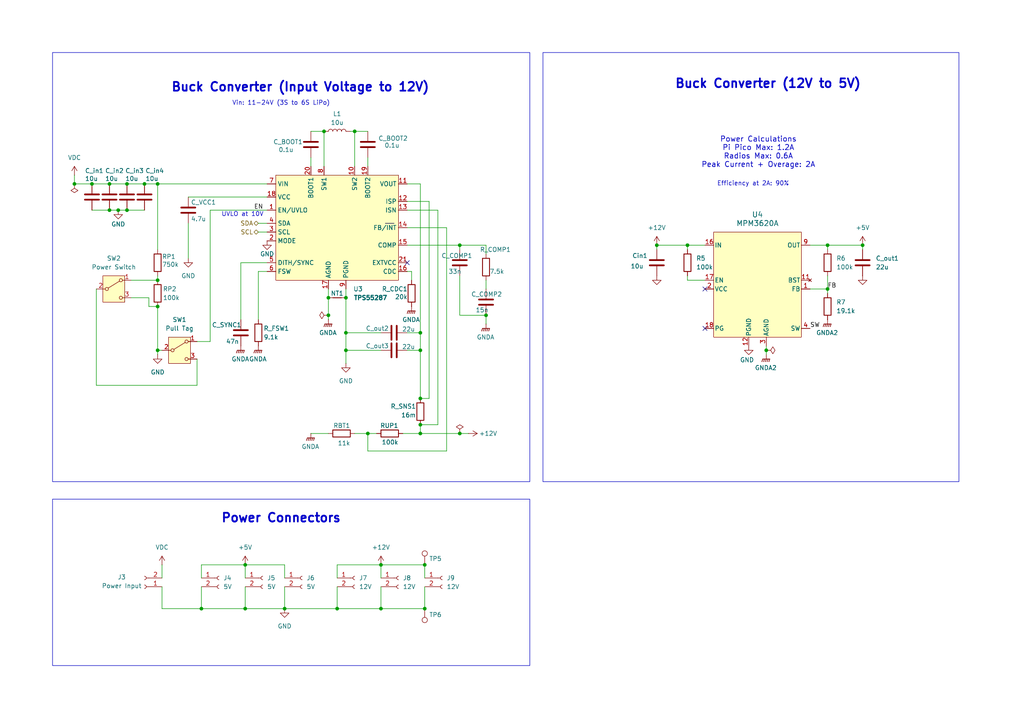
<source format=kicad_sch>
(kicad_sch (version 20250114) (generator "eeschema") (generator_version "9.0")
  (paper "A4")
  (title_block (title "Power & Regulaton") (date "2026-02-20") (rev "1.1") (company "VIP Lightning From the Edge of Space"))
  (lib_symbols
    (symbol "Connector:Conn_01x02_Socket" (pin_names (offset 1.016) (hide yes))
      (property "Reference" "J" (at 0 2.54 0))
      (property "Value" "Conn_01x02_Socket" (at 0 -5.08 0))
      (symbol "Conn_01x02_Socket_1_1"
        (polyline (pts (xy -1.27 0) (xy -0.508 0)) (stroke (width 0.1524)))
        (polyline (pts (xy -1.27 -2.54) (xy -0.508 -2.54)) (stroke (width 0.1524)))
        (arc (start 0 -0.508) (mid -0.5058 0) (end 0 0.508) (stroke (width 0.1524)))
        (arc (start 0 -3.048) (mid -0.5058 -2.54) (end 0 -2.032) (stroke (width 0.1524)))
        (pin passive line (at -5.08 0 0) (length 3.81) (name "Pin_1") (number "1"))
        (pin passive line (at -5.08 -2.54 0) (length 3.81) (name "Pin_2") (number "2"))
      )
    )
    (symbol "Connector:TestPoint" (pin_numbers (hide yes)) (pin_names (offset 0.762) (hide yes))
      (property "Reference" "TP" (at 0 6.858 0))
      (property "Value" "TestPoint" (at 0 5.08 0))
      (symbol "TestPoint_0_1"
        (circle (center 0 3.302) (radius 0.762))
      )
      (symbol "TestPoint_1_1"
        (pin passive line (at 0 0 90) (length 2.54) (name "1") (number "1"))
      )
    )
    (symbol "Device:C" (pin_numbers (hide yes)) (pin_names (offset 0.254))
      (property "Reference" "C" (at 0.635 2.54 0))
      (property "Value" "C" (at 0.635 -2.54 0))
      (symbol "C_0_1"
        (polyline (pts (xy -2.032 0.762) (xy 2.032 0.762)) (stroke (width 0.508)))
        (polyline (pts (xy -2.032 -0.762) (xy 2.032 -0.762)) (stroke (width 0.508)))
      )
      (symbol "C_1_1"
        (pin passive line (at 0 3.81 270) (length 2.794) (name "~") (number "1"))
        (pin passive line (at 0 -3.81 90) (length 2.794) (name "~") (number "2"))
      )
    )
    (symbol "Device:L" (pin_numbers (hide yes)) (pin_names (offset 1.016) (hide yes))
      (property "Reference" "L" (at -1.27 0 90))
      (property "Value" "L" (at 1.905 0 90))
      (symbol "L_0_1"
        (arc (start 0 2.54) (mid 0.6323 1.905) (end 0 1.27))
        (arc (start 0 1.27) (mid 0.6323 0.635) (end 0 0))
        (arc (start 0 0) (mid 0.6323 -0.635) (end 0 -1.27))
        (arc (start 0 -1.27) (mid 0.6323 -1.905) (end 0 -2.54))
      )
      (symbol "L_1_1"
        (pin passive line (at 0 3.81 270) (length 1.27) (name "1") (number "1"))
        (pin passive line (at 0 -3.81 90) (length 1.27) (name "2") (number "2"))
      )
    )
    (symbol "Device:NetTie_2" (pin_numbers (hide yes)) (pin_names (offset 0) (hide yes)) (in_bom no)
      (property "Reference" "NT" (at 0 1.27 0))
      (property "Value" "NetTie_2" (at 0 -1.27 0))
      (symbol "NetTie_2_0_1"
        (polyline (pts (xy -1.27 0) (xy 1.27 0)) (stroke (width 0.254)))
      )
      (symbol "NetTie_2_1_1"
        (pin passive line (at -2.54 0 0) (length 2.54) (name "1") (number "1"))
        (pin passive line (at 2.54 0 180) (length 2.54) (name "2") (number "2"))
      )
    )
    (symbol "Device:R" (pin_numbers (hide yes)) (pin_names (offset 0))
      (property "Reference" "R" (at 2.032 0 90))
      (property "Value" "R" (at 0 0 90))
      (symbol "R_0_1"
        (rectangle (start -1.016 -2.54) (end 1.016 2.54) (stroke (width 0.254)))
      )
      (symbol "R_1_1"
        (pin passive line (at 0 3.81 270) (length 1.27) (name "~") (number "1"))
        (pin passive line (at 0 -3.81 90) (length 1.27) (name "~") (number "2"))
      )
    )
    (symbol "LEOS:MPM3620AGQV-Z" (pin_names (offset 0.254))
      (property "Reference" "U" (at -0.254 2.794 0))
      (property "Value" "MPM3620A" (at -0.508 -0.254 0))
      (symbol "MPM3620AGQV-Z_1_1"
        (rectangle (start -12.7 15.24) (end 12.7 -15.24) (fill (type background)))
        (pin power_in line (at -15.24 11.43 0) (length 2.54) (name "IN") (number "16"))
        (pin input line (at -15.24 1.27 0) (length 2.54) (name "EN") (number "17"))
        (pin power_out line (at -15.24 -1.27 0) (length 2.54) (name "VCC") (number "2"))
        (pin bidirectional line (at -15.24 -12.7 0) (length 2.54) (name "PG") (number "18"))
        (pin power_in line (at -2.54 -17.78 90) (length 2.54) (name "PGND") (number "12"))
        (pin passive line (at -2.54 -17.78 90) (length 2.54) (hide yes) (name "PGND") (number "13"))
        (pin passive line (at -2.54 -17.78 90) (length 2.54) (hide yes) (name "PGND") (number "14"))
        (pin power_in line (at 2.54 -17.78 90) (length 2.54) (name "AGND") (number "3"))
        (pin passive line (at 15.24 11.43 180) (length 2.54) (hide yes) (name "OUT") (number "22"))
        (pin power_out line (at 15.24 11.43 180) (length 2.54) (hide yes) (name "OUT") (number "7"))
        (pin passive line (at 15.24 11.43 180) (length 2.54) (hide yes) (name "OUT") (number "8"))
        (pin passive line (at 15.24 11.43 180) (length 2.54) (name "OUT") (number "9"))
        (pin no_connect line (at 15.24 1.27 180) (length 2.54) (name "BST") (number "11"))
        (pin input line (at 15.24 -1.27 180) (length 2.54) (name "FB") (number "1"))
        (pin passive line (at 15.24 -12.7 180) (length 2.54) (hide yes) (name "SW") (number "21"))
        (pin passive line (at 15.24 -12.7 180) (length 2.54) (name "SW") (number "4"))
        (pin passive line (at 15.24 -12.7 180) (length 2.54) (hide yes) (name "SW") (number "5"))
        (pin passive line (at 15.24 -12.7 180) (length 2.54) (hide yes) (name "SW") (number "6"))
      )
    )
    (symbol "LEOS:TPS55287"
      (property "Reference" "U" (at 0.254 3.302 0))
      (property "Value" "TPS55287" (at 0 0 0))
      (symbol "TPS55287_1_1"
        (rectangle (start -17.7799 15.24) (end 17.7799 -15.24) (fill (type background)))
        (polyline (pts (xy 13.97 1.27) (xy 16.51 1.27)) (stroke (width 0) (color 0 0 72 1)) (fill (type background)))
        (pin power_in line (at -20.32 12.7 0) (length 2.54) (name "VIN") (number "7"))
        (pin power_out line (at -20.32 8.89 0) (length 2.54) (name "VCC") (number "18"))
        (pin input line (at -20.32 5.08 0) (length 2.54) (name "EN/UVLO") (number "1"))
        (pin bidirectional line (at -20.32 1.27 0) (length 2.54) (name "SDA") (number "4"))
        (pin input line (at -20.32 -1.27 0) (length 2.54) (name "SCL") (number "3"))
        (pin input line (at -20.32 -3.81 0) (length 2.54) (name "MODE") (number "2"))
        (pin input line (at -20.32 -10.16 0) (length 2.54) (name "DITH/SYNC") (number "5"))
        (pin input line (at -20.32 -12.7 0) (length 2.54) (name "FSW") (number "6"))
        (pin output line (at -7.62 17.78 270) (length 2.54) (name "BOOT1") (number "20"))
        (pin input line (at -3.81 17.78 270) (length 2.54) (name "SW1") (number "8"))
        (pin power_in line (at -2.54 -17.78 90) (length 2.54) (name "AGND") (number "17"))
        (pin power_in line (at 2.54 -17.78 90) (length 2.54) (name "PGND") (number "9"))
        (pin input line (at 5.08 17.78 270) (length 2.54) (name "SW2") (number "10"))
        (pin output line (at 8.89 17.78 270) (length 2.54) (name "BOOT2") (number "19"))
        (pin power_out line (at 20.32 12.7 180) (length 2.54) (name "VOUT") (number "11"))
        (pin input line (at 20.32 7.62 180) (length 2.54) (name "ISP") (number "12"))
        (pin input line (at 20.32 5.08 180) (length 2.54) (name "ISN") (number "13"))
        (pin bidirectional line (at 20.32 0 180) (length 2.54) (name "FB/INT") (number "14"))
        (pin output line (at 20.32 -5.08 180) (length 2.54) (name "COMP") (number "15"))
        (pin input line (at 20.32 -10.16 180) (length 2.54) (name "EXTVCC") (number "21"))
        (pin output line (at 20.32 -12.7 180) (length 2.54) (name "CDC") (number "16"))
      )
    )
    (symbol "Switch:SW_SPDT" (pin_names (offset 0) (hide yes))
      (property "Reference" "SW" (at 0 5.08 0))
      (property "Value" "SW_SPDT" (at 0 -5.08 0))
      (symbol "SW_SPDT_0_1"
        (circle (center -2.032 0) (radius 0.4572))
        (polyline (pts (xy -1.651 0.254) (xy 1.651 2.286)))
        (circle (center 2.032 2.54) (radius 0.4572))
        (circle (center 2.032 -2.54) (radius 0.4572))
      )
      (symbol "SW_SPDT_1_1"
        (rectangle (start -3.175 3.81) (end 3.175 -3.81) (fill (type background)))
        (pin passive line (at -5.08 0 0) (length 2.54) (name "B") (number "2"))
        (pin passive line (at 5.08 2.54 180) (length 2.54) (name "A") (number "1"))
        (pin passive line (at 5.08 -2.54 180) (length 2.54) (name "C") (number "3"))
      )
    )
    (symbol "power:+12V" (power) (pin_numbers (hide yes)) (pin_names (offset 0) (hide yes))
      (property "Value" "+12V" (at 0 3.556 0))
      (symbol "+12V_0_1"
        (polyline (pts (xy -0.762 1.27) (xy 0 2.54)))
        (polyline (pts (xy 0 2.54) (xy 0.762 1.27)))
        (polyline (pts (xy 0 0) (xy 0 2.54)))
      )
      (symbol "+12V_1_1"
        (pin power_in line (at 0 0 90) (length 0) (name "~") (number "1"))
      )
    )
    (symbol "power:+5V" (power) (pin_numbers (hide yes)) (pin_names (offset 0) (hide yes))
      (property "Value" "+5V" (at 0 3.556 0))
      (symbol "+5V_0_1"
        (polyline (pts (xy -0.762 1.27) (xy 0 2.54)))
        (polyline (pts (xy 0 2.54) (xy 0.762 1.27)))
        (polyline (pts (xy 0 0) (xy 0 2.54)))
      )
      (symbol "+5V_1_1"
        (pin power_in line (at 0 0 90) (length 0) (name "~") (number "1"))
      )
    )
    (symbol "power:GND" (power) (pin_numbers (hide yes)) (pin_names (offset 0) (hide yes))
      (property "Value" "GND" (at 0 -3.81 0))
      (symbol "GND_0_1"
        (polyline (pts (xy 0 0) (xy 0 -1.27) (xy 1.27 -1.27) (xy 0 -2.54) (xy -1.27 -1.27) (xy 0 -1.27)))
      )
      (symbol "GND_1_1"
        (pin power_in line (at 0 0 270) (length 0) (name "~") (number "1"))
      )
    )
    (symbol "power:GNDPWR" (power) (pin_numbers (hide yes)) (pin_names (offset 0) (hide yes))
      (property "Value" "GNDPWR" (at 0 -3.302 0))
      (symbol "GNDPWR_0_1"
        (polyline (pts (xy -1.016 -1.27) (xy -1.27 -2.032) (xy -1.27 -2.032)) (stroke (width 0.2032)))
        (polyline (pts (xy -0.508 -1.27) (xy -0.762 -2.032) (xy -0.762 -2.032)) (stroke (width 0.2032)))
        (polyline (pts (xy 0 -1.27) (xy 0 0)))
        (polyline (pts (xy 0 -1.27) (xy -0.254 -2.032) (xy -0.254 -2.032)) (stroke (width 0.2032)))
        (polyline (pts (xy 0.508 -1.27) (xy 0.254 -2.032) (xy 0.254 -2.032)) (stroke (width 0.2032)))
        (polyline (pts (xy 1.016 -1.27) (xy -1.016 -1.27) (xy -1.016 -1.27)) (stroke (width 0.2032)))
        (polyline (pts (xy 1.016 -1.27) (xy 0.762 -2.032) (xy 0.762 -2.032) (xy 0.762 -2.032)) (stroke (width 0.2032)))
      )
      (symbol "GNDPWR_1_1"
        (pin power_in line (at 0 0 270) (length 0) (name "~") (number "1"))
      )
    )
    (symbol "power:PWR_FLAG" (power) (pin_numbers (hide yes)) (pin_names (offset 0) (hide yes))
      (property "Value" "PWR_FLAG" (at 0 3.81 0))
      (symbol "PWR_FLAG_0_0"
        (pin power_out line (at 0 0 90) (length 0) (name "~") (number "1"))
      )
      (symbol "PWR_FLAG_0_1"
        (polyline (pts (xy 0 0) (xy 0 1.27) (xy -1.016 1.905) (xy 0 2.54) (xy 1.016 1.905) (xy 0 1.27)))
      )
    )
    (symbol "power:VDC" (power) (pin_numbers (hide yes)) (pin_names (offset 0) (hide yes))
      (property "Value" "VDC" (at 0 3.556 0))
      (symbol "VDC_0_1"
        (polyline (pts (xy -0.762 1.27) (xy 0 2.54)))
        (polyline (pts (xy 0 2.54) (xy 0.762 1.27)))
        (polyline (pts (xy 0 0) (xy 0 2.54)))
      )
      (symbol "VDC_1_1"
        (pin power_in line (at 0 0 90) (length 0) (name "~") (number "1"))
      )
    )
  )
  (rectangle (start 157.48 15.24) (end 278.13 139.7))
  (rectangle (start 15.24 144.78) (end 153.67 193.04))
  (rectangle (start 15.24 15.24) (end 153.67 139.7))
  (text "Efficiency at 2A: 90%" (at 218.44 53.34 0) (effects (font (size 1.27 1.27))))
  (text "Buck Converter (Input Voltage to 12V)" (at 87.122 25.4 0) (effects (font (size 2.54 2.54) (thickness 0.508) (bold yes))))
  (text "UVLO at 10V" (at 70.358 62.23 0) (effects (font (size 1.27 1.27))))
  (text "Power Connectors" (at 81.534 150.368 0) (effects (font (size 2.54 2.54) (thickness 0.508) (bold yes))))
  (text "Buck Converter (12V to 5V)" (at 222.758 24.384 0) (effects (font (size 2.54 2.54) (thickness 0.508) (bold yes))))
  (text "Power Calculations\nPi Pico Max: 1.2A\nRadios Max: 0.6A\nPeak Current + Overage: 2A" (at 219.964 44.196 0) (effects (font (size 1.524 1.524) (thickness 0.1905))))
  (text "Vin: 11-24V (3S to 6S LiPo)" (at 81.534 29.972 0) (effects (font (size 1.27 1.27))))
  (junction (at 100.33 96.52))
  (junction (at 31.75 53.34))
  (junction (at 110.49 176.53))
  (junction (at 100.33 101.6))
  (junction (at 41.91 53.34))
  (junction (at 95.25 86.36))
  (junction (at 123.19 163.83))
  (junction (at 45.72 53.34))
  (junction (at 121.92 96.52))
  (junction (at 222.25 101.6))
  (junction (at 36.83 53.34))
  (junction (at 121.92 125.73))
  (junction (at 106.68 125.73))
  (junction (at 45.72 88.9))
  (junction (at 93.98 38.1))
  (junction (at 123.19 176.53))
  (junction (at 190.5 71.12))
  (junction (at 58.42 176.53))
  (junction (at 71.12 176.53))
  (junction (at 36.83 60.96))
  (junction (at 140.97 91.44))
  (junction (at 97.79 176.53))
  (junction (at 133.35 71.12))
  (junction (at 45.72 101.6))
  (junction (at 110.49 163.83))
  (junction (at 102.87 38.1))
  (junction (at 240.03 83.82))
  (junction (at 82.55 176.53))
  (junction (at 121.92 123.19))
  (junction (at 133.35 125.73))
  (junction (at 100.33 86.36))
  (junction (at 240.03 71.12))
  (junction (at 31.75 60.96))
  (junction (at 21.59 53.34))
  (junction (at 34.29 60.96))
  (junction (at 71.12 163.83))
  (junction (at 95.25 91.44))
  (junction (at 45.72 81.28))
  (junction (at 121.92 101.6))
  (junction (at 250.19 71.12))
  (junction (at 199.39 71.12))
  (junction (at 121.92 115.57))
  (junction (at 26.67 53.34))
  (no_connect (at 204.47 95.25))
  (no_connect (at 204.47 83.82))
  (no_connect (at 118.11 76.2))
  (wire (pts (xy 199.39 81.28) (xy 204.47 81.28)))
  (wire (pts (xy 58.42 170.18) (xy 58.42 176.53)))
  (wire (pts (xy 234.95 71.12) (xy 240.03 71.12)))
  (wire (pts (xy 97.79 163.83) (xy 110.49 163.83)))
  (wire (pts (xy 133.35 72.39) (xy 133.35 71.12)))
  (wire (pts (xy 21.59 53.34) (xy 21.59 50.8)))
  (wire (pts (xy 60.96 60.96) (xy 77.47 60.96)))
  (wire (pts (xy 100.33 83.82) (xy 100.33 86.36)))
  (wire (pts (xy 34.29 60.96) (xy 36.83 60.96)))
  (wire (pts (xy 43.18 88.9) (xy 45.72 88.9)))
  (wire (pts (xy 41.91 53.34) (xy 45.72 53.34)))
  (wire (pts (xy 74.93 64.77) (xy 77.47 64.77)))
  (wire (pts (xy 60.96 99.06) (xy 60.96 60.96)))
  (wire (pts (xy 106.68 125.73) (xy 109.22 125.73)))
  (wire (pts (xy 45.72 53.34) (xy 77.47 53.34)))
  (wire (pts (xy 118.11 53.34) (xy 121.92 53.34)))
  (wire (pts (xy 54.61 57.15) (xy 77.47 57.15)))
  (wire (pts (xy 71.12 163.83) (xy 71.12 167.64)))
  (wire (pts (xy 190.5 71.12) (xy 199.39 71.12)))
  (wire (pts (xy 140.97 81.28) (xy 140.97 83.82)))
  (wire (pts (xy 124.46 115.57) (xy 121.92 115.57)))
  (wire (pts (xy 222.25 101.6) (xy 222.25 100.33)))
  (wire (pts (xy 95.25 91.44) (xy 95.25 92.71)))
  (wire (pts (xy 43.18 86.36) (xy 38.1 86.36)))
  (wire (pts (xy 110.49 176.53) (xy 123.19 176.53)))
  (wire (pts (xy 234.95 83.82) (xy 240.03 83.82)))
  (wire (pts (xy 69.85 76.2) (xy 77.47 76.2)))
  (wire (pts (xy 140.97 91.44) (xy 140.97 93.98)))
  (wire (pts (xy 222.25 102.87) (xy 222.25 101.6)))
  (wire (pts (xy 199.39 80.01) (xy 199.39 81.28)))
  (wire (pts (xy 133.35 125.73) (xy 135.89 125.73)))
  (wire (pts (xy 74.93 92.71) (xy 74.93 78.74)))
  (wire (pts (xy 240.03 83.82) (xy 240.03 85.09)))
  (wire (pts (xy 93.98 38.1) (xy 93.98 48.26)))
  (wire (pts (xy 129.54 66.04) (xy 129.54 130.81)))
  (wire (pts (xy 27.94 83.82) (xy 27.94 111.76)))
  (wire (pts (xy 45.72 102.87) (xy 45.72 101.6)))
  (wire (pts (xy 90.17 38.1) (xy 93.98 38.1)))
  (wire (pts (xy 97.79 167.64) (xy 97.79 163.83)))
  (wire (pts (xy 100.33 101.6) (xy 100.33 96.52)))
  (wire (pts (xy 27.94 111.76) (xy 57.15 111.76)))
  (wire (pts (xy 119.38 78.74) (xy 119.38 81.28)))
  (wire (pts (xy 100.33 96.52) (xy 110.49 96.52)))
  (wire (pts (xy 26.67 60.96) (xy 31.75 60.96)))
  (wire (pts (xy 102.87 38.1) (xy 106.68 38.1)))
  (wire (pts (xy 250.19 72.39) (xy 250.19 71.12)))
  (wire (pts (xy 31.75 53.34) (xy 36.83 53.34)))
  (wire (pts (xy 38.1 81.28) (xy 45.72 81.28)))
  (wire (pts (xy 240.03 80.01) (xy 240.03 83.82)))
  (wire (pts (xy 119.38 78.74) (xy 118.11 78.74)))
  (wire (pts (xy 133.35 91.44) (xy 140.97 91.44)))
  (wire (pts (xy 106.68 130.81) (xy 106.68 125.73)))
  (wire (pts (xy 71.12 176.53) (xy 82.55 176.53)))
  (wire (pts (xy 118.11 66.04) (xy 129.54 66.04)))
  (wire (pts (xy 36.83 53.34) (xy 41.91 53.34)))
  (wire (pts (xy 45.72 80.01) (xy 45.72 81.28)))
  (wire (pts (xy 74.93 67.31) (xy 77.47 67.31)))
  (wire (pts (xy 204.47 71.12) (xy 199.39 71.12)))
  (wire (pts (xy 110.49 163.83) (xy 110.49 167.64)))
  (wire (pts (xy 90.17 45.72) (xy 90.17 48.26)))
  (wire (pts (xy 58.42 163.83) (xy 58.42 167.64)))
  (wire (pts (xy 57.15 99.06) (xy 60.96 99.06)))
  (wire (pts (xy 82.55 170.18) (xy 82.55 176.53)))
  (wire (pts (xy 100.33 86.36) (xy 100.33 96.52)))
  (wire (pts (xy 110.49 170.18) (xy 110.49 176.53)))
  (wire (pts (xy 95.25 83.82) (xy 95.25 86.36)))
  (wire (pts (xy 46.99 176.53) (xy 58.42 176.53)))
  (wire (pts (xy 90.17 125.73) (xy 95.25 125.73)))
  (wire (pts (xy 34.29 60.96) (xy 31.75 60.96)))
  (wire (pts (xy 100.33 101.6) (xy 100.33 105.41)))
  (wire (pts (xy 58.42 176.53) (xy 71.12 176.53)))
  (wire (pts (xy 250.19 71.12) (xy 240.03 71.12)))
  (wire (pts (xy 100.33 101.6) (xy 110.49 101.6)))
  (wire (pts (xy 118.11 58.42) (xy 124.46 58.42)))
  (wire (pts (xy 26.67 53.34) (xy 31.75 53.34)))
  (wire (pts (xy 116.84 125.73) (xy 121.92 125.73)))
  (wire (pts (xy 121.92 96.52) (xy 118.11 96.52)))
  (wire (pts (xy 127 123.19) (xy 121.92 123.19)))
  (wire (pts (xy 190.5 72.39) (xy 190.5 71.12)))
  (wire (pts (xy 21.59 53.34) (xy 26.67 53.34)))
  (wire (pts (xy 121.92 125.73) (xy 121.92 123.19)))
  (wire (pts (xy 102.87 38.1) (xy 101.6 38.1)))
  (wire (pts (xy 121.92 96.52) (xy 121.92 101.6)))
  (wire (pts (xy 97.79 176.53) (xy 110.49 176.53)))
  (wire (pts (xy 106.68 45.72) (xy 106.68 48.26)))
  (wire (pts (xy 71.12 163.83) (xy 58.42 163.83)))
  (wire (pts (xy 54.61 74.93) (xy 54.61 64.77)))
  (wire (pts (xy 124.46 58.42) (xy 124.46 115.57)))
  (wire (pts (xy 140.97 73.66) (xy 140.97 71.12)))
  (wire (pts (xy 102.87 48.26) (xy 102.87 38.1)))
  (wire (pts (xy 69.85 92.71) (xy 69.85 76.2)))
  (wire (pts (xy 46.99 170.18) (xy 46.99 176.53)))
  (wire (pts (xy 43.18 88.9) (xy 43.18 86.36)))
  (wire (pts (xy 118.11 101.6) (xy 121.92 101.6)))
  (wire (pts (xy 74.93 78.74) (xy 77.47 78.74)))
  (wire (pts (xy 118.11 71.12) (xy 133.35 71.12)))
  (wire (pts (xy 45.72 53.34) (xy 45.72 72.39)))
  (wire (pts (xy 46.99 101.6) (xy 45.72 101.6)))
  (wire (pts (xy 127 60.96) (xy 127 123.19)))
  (wire (pts (xy 71.12 170.18) (xy 71.12 176.53)))
  (wire (pts (xy 97.79 170.18) (xy 97.79 176.53)))
  (wire (pts (xy 95.25 86.36) (xy 95.25 91.44)))
  (wire (pts (xy 121.92 101.6) (xy 121.92 115.57)))
  (wire (pts (xy 82.55 167.64) (xy 82.55 163.83)))
  (wire (pts (xy 46.99 163.83) (xy 46.99 167.64)))
  (wire (pts (xy 121.92 53.34) (xy 121.92 96.52)))
  (wire (pts (xy 129.54 130.81) (xy 106.68 130.81)))
  (wire (pts (xy 240.03 71.12) (xy 240.03 72.39)))
  (wire (pts (xy 133.35 71.12) (xy 140.97 71.12)))
  (wire (pts (xy 123.19 176.53) (xy 123.19 170.18)))
  (wire (pts (xy 133.35 80.01) (xy 133.35 91.44)))
  (wire (pts (xy 121.92 125.73) (xy 133.35 125.73)))
  (wire (pts (xy 123.19 163.83) (xy 110.49 163.83)))
  (wire (pts (xy 82.55 176.53) (xy 97.79 176.53)))
  (wire (pts (xy 45.72 88.9) (xy 45.72 101.6)))
  (wire (pts (xy 57.15 111.76) (xy 57.15 104.14)))
  (wire (pts (xy 118.11 60.96) (xy 127 60.96)))
  (wire (pts (xy 102.87 125.73) (xy 106.68 125.73)))
  (wire (pts (xy 199.39 71.12) (xy 199.39 72.39)))
  (wire (pts (xy 36.83 60.96) (xy 41.91 60.96)))
  (wire (pts (xy 82.55 163.83) (xy 71.12 163.83)))
  (wire (pts (xy 123.19 167.64) (xy 123.19 163.83)))
  (label "EN" (at 73.66 60.96 0))
  (label "FB" (at 240.03 83.82 0))
  (label "SW" (at 234.95 95.25 0))
  (hierarchical_label "SDA" (shape bidirectional) (at 74.93 64.77 180))
  (hierarchical_label "SCL" (shape bidirectional) (at 74.93 67.31 180))
  (symbol (lib_id "power:+12V") (at 190.5 71.12 0) (unit 1)
    (property "Reference" "#PWR07" (effects (hide yes)))
    (property "Value" "+12V" (at 190.5 66.04 0))
    (property "Description" "Power symbol creates a global label with name \"+12V\"" (effects (hide yes)))
  )
  (symbol (lib_id "LEOS:MPM3620AGQV-Z") (at 219.71 82.55 0) (unit 1)
    (property "Reference" "U4" (at 219.71 62.23 0) (effects (font (size 1.524 1.524))))
    (property "Value" "MPM3620A" (at 219.71 64.77 0) (effects (font (size 1.524 1.524))))
    (property "Footprint" "LEOS:IC18_MPM3620AGQV-Z_MNP" (effects (hide yes)))
    (property "Datasheet" "https://www.monolithicpower.com/en/documentview/productdocument/index/version/2/document_type/Datasheet/lang/en/sku/MPM3620AGQV-Z" (effects (hide yes)))
    (property "Digikey" "1589-1764-1-ND" (effects (hide yes)))
    (property "MPN" " MPM3620AGQV-Z" (effects (hide yes)))
    (property "Manufacturer" "Monolithic Power Systems Inc." (effects (hide yes)))
  )
  (symbol (lib_id "Device:C") (at 114.3 96.52 90) (unit 1)
    (property "Reference" "C_out2" (at 112.776 95.25 90) (effects (justify left)))
    (property "Value" "22u" (at 120.396 95.504 90) (effects (justify left)))
    (property "Footprint" "Capacitor_SMD:C_0805_2012Metric" (effects (hide yes)))
    (property "Description" "22U 25V X5R 0805" (effects (hide yes)))
    (property "Digikey" "1276-CL21A226MAYNNNECT-ND" (effects (hide yes)))
    (property "LCSC" "C29936" (effects (hide yes)))
    (property "MPN" "CL21A226MAYNNNE" (effects (hide yes)))
    (property "Manufacturer" "Samsung Electro-Mechanics" (effects (hide yes)))
  )
  (symbol (lib_id "Device:C") (at 90.17 41.91 0) (unit 1)
    (property "Reference" "C_BOOT1" (at 79.248 41.148 0) (effects (justify left)))
    (property "Value" "0.1u" (at 80.772 43.434 0) (effects (justify left)))
    (property "Footprint" "Capacitor_SMD:C_0603_1608Metric" (effects (hide yes)))
    (property "Description" "0.1U 50V X7R 0603" (effects (hide yes)))
    (property "Digikey" "1276-CL10B104KB8NNNLCT-ND" (effects (hide yes)))
    (property "LCSC" "C913912" (effects (hide yes)))
    (property "MPN" "CL10B104KB8NNNL" (effects (hide yes)))
    (property "Manufacturer" "Samsung Electro-Mechanics" (effects (hide yes)))
  )
  (symbol (lib_id "Device:C") (at 106.68 41.91 0) (unit 1)
    (property "Reference" "C_BOOT2" (at 109.728 40.132 0) (effects (justify left)))
    (property "Value" "0.1u" (at 111.506 42.164 0) (effects (justify left)))
    (property "Footprint" "Capacitor_SMD:C_0603_1608Metric" (effects (hide yes)))
    (property "Description" "0.1U 50V X7R 0603" (effects (hide yes)))
    (property "Digikey" "1276-CL10B104KB8NNNLCT-ND" (effects (hide yes)))
    (property "LCSC" "C913912" (effects (hide yes)))
    (property "MPN" "CL10B104KB8NNNL" (effects (hide yes)))
    (property "Manufacturer" "Samsung Electro-Mechanics" (effects (hide yes)))
  )
  (symbol (lib_id "power:PWR_FLAG") (at 21.59 53.34 180) (unit 1)
    (property "Reference" "#FLG02" (effects (hide yes)))
    (property "Value" "PWR_FLAG" (effects (hide yes)))
    (property "Description" "Special symbol for telling ERC where power comes from" (effects (hide yes)))
  )
  (symbol (lib_id "power:GND") (at 34.29 60.96 0) (unit 1)
    (property "Reference" "#PWR028" (effects (hide yes)))
    (property "Value" "GND" (at 34.29 65.024 0))
    (property "Description" "Power symbol creates a global label with name \"GND\" , ground" (effects (hide yes)))
  )
  (symbol (lib_id "power:GND") (at 45.72 102.87 0) (unit 1)
    (property "Reference" "#PWR054" (effects (hide yes)))
    (property "Value" "GND" (at 45.72 107.95 0))
    (property "Description" "Power symbol creates a global label with name \"GND\" , ground" (effects (hide yes)))
  )
  (symbol (lib_id "power:GNDPWR") (at 119.38 88.9 0) (unit 1)
    (property "Reference" "#PWR026" (effects (hide yes)))
    (property "Value" "GNDA" (at 119.253 92.71 0))
    (property "Description" "Power symbol creates a global label with name \"GNDPWR\" , global ground" (effects (hide yes)))
  )
  (symbol (lib_id "power:GNDPWR") (at 240.03 92.71 0) (unit 1)
    (property "Reference" "#PWR036" (effects (hide yes)))
    (property "Value" "GNDA2" (at 239.903 96.52 0))
    (property "Description" "Power symbol creates a global label with name \"GNDPWR\" , global ground" (effects (hide yes)))
  )
  (symbol (lib_id "Device:R") (at 121.92 119.38 0) (unit 1)
    (property "Reference" "R_SNS1" (at 113.284 117.856 0) (effects (justify left)))
    (property "Value" "16m" (at 116.332 120.396 0) (effects (justify left)))
    (property "Footprint" "Resistor_SMD:R_0805_2012Metric_Pad1.20x1.40mm_HandSolder" (effects (hide yes)))
    (property "Description" "Resistor" (effects (hide yes)))
    (property "Digikey" "541-WSLP0805R0160FEACT-ND" (effects (hide yes)))
    (property "MPN" "WSLP0805R0160FEA" (effects (hide yes)))
    (property "Manufacturer" "Vishay Dale" (effects (hide yes)))
  )
  (symbol (lib_id "Device:R") (at 113.03 125.73 90) (unit 1)
    (property "Reference" "RUP1" (at 115.57 123.444 90) (effects (justify left)))
    (property "Value" "100k" (at 115.57 128.27 90) (effects (justify left)))
    (property "Footprint" "Resistor_SMD:R_0805_2012Metric_Pad1.20x1.40mm_HandSolder" (effects (hide yes)))
    (property "Description" "Resistor" (effects (hide yes)))
    (property "Manufacturer" "Vishay Dale" (effects (hide yes)))
    (property "Digikey" "541-100KCCT-ND" (effects (hide yes)))
    (property "MPN" "CRCW0805100KFKEA" (effects (hide yes)))
  )
  (symbol (lib_id "power:GNDPWR") (at 95.25 92.71 0) (unit 1)
    (property "Reference" "#PWR018" (effects (hide yes)))
    (property "Value" "GNDA" (at 95.123 96.52 0))
    (property "Description" "Power symbol creates a global label with name \"GNDPWR\" , global ground" (effects (hide yes)))
  )
  (symbol (lib_id "Connector:Conn_01x02_Socket") (at 76.2 167.64 0) (unit 1)
    (property "Reference" "J5" (at 77.47 167.6399 0) (effects (justify left)))
    (property "Value" "5V" (at 77.47 170.1799 0) (effects (justify left)))
    (property "Footprint" "Connector_JST:JST_XH_S2B-XH-A_1x02_P2.50mm_Horizontal" (effects (hide yes)))
    (property "Description" "JST XH Horizontal Socket" (effects (hide yes)))
    (property "Digikey" " 455-S2B-XH-A-ND" (effects (hide yes)))
    (property "MPN" " S2B-XH-A" (effects (hide yes)))
    (property "Manufacturer" "JST" (effects (hide yes)))
  )
  (symbol (lib_id "power:+5V") (at 250.19 71.12 0) (unit 1)
    (property "Reference" "#PWR033" (effects (hide yes)))
    (property "Value" "+5V" (at 250.19 66.04 0))
    (property "Description" "Power symbol creates a global label with name \"+5V\"" (effects (hide yes)))
  )
  (symbol (lib_id "Device:R") (at 45.72 85.09 0) (unit 1)
    (property "Reference" "RP2" (at 47.244 83.82 0) (effects (justify left)))
    (property "Value" "100k" (at 47.244 86.36 0) (effects (justify left)))
    (property "Footprint" "Resistor_SMD:R_0805_2012Metric" (effects (hide yes)))
    (property "Description" "Resistor" (effects (hide yes)))
    (property "Digikey" "541-100KCCT-ND" (effects (hide yes)))
    (property "MPN" "CRCW0805100KFKEA" (effects (hide yes)))
    (property "Manufacturer" "Vishay Dale" (effects (hide yes)))
  )
  (symbol (lib_id "Device:R") (at 74.93 96.52 0) (unit 1)
    (property "Reference" "R_FSW1" (at 76.454 95.25 0) (effects (justify left)))
    (property "Value" "9.1k" (at 76.454 97.79 0) (effects (justify left)))
    (property "Footprint" "Resistor_SMD:R_0805_2012Metric_Pad1.20x1.40mm_HandSolder" (effects (hide yes)))
    (property "Description" "Resistor" (effects (hide yes)))
    (property "Digikey" "541-9.10KCCT-ND" (effects (hide yes)))
    (property "MPN" "CRCW08059K10FKEA" (effects (hide yes)))
    (property "Manufacturer" "Vishay Dale" (effects (hide yes)))
  )
  (symbol (lib_id "Device:C") (at 54.61 60.96 0) (unit 1)
    (property "Reference" "C_VCC1" (at 55.372 58.674 0) (effects (justify left)))
    (property "Value" "4.7u" (at 55.372 63.5 0) (effects (justify left)))
    (property "Footprint" "Capacitor_SMD:C_0805_2012Metric" (effects (hide yes)))
    (property "Description" "4.7uF 16V X7R 0805" (effects (hide yes)))
    (property "Digikey" "1276-2970-1-ND" (effects (hide yes)))
    (property "MPN" "  CL21B475KOFNFNE" (effects (hide yes)))
    (property "Manufacturer" "Samsung Electro-Mechanics" (effects (hide yes)))
  )
  (symbol (lib_id "Device:R") (at 240.03 88.9 0) (unit 1)
    (property "Reference" "R7" (at 242.57 87.6299 0) (effects (justify left)))
    (property "Value" "19.1k" (at 242.57 90.1699 0) (effects (justify left)))
    (property "Footprint" "Resistor_SMD:R_0805_2012Metric_Pad1.20x1.40mm_HandSolder" (effects (hide yes)))
    (property "Description" "Resistor" (effects (hide yes)))
    (property "Manufacturer" "Vishay Dale" (effects (hide yes)))
    (property "Digikey" "541-19.1KCCT-ND" (effects (hide yes)))
    (property "MPN" "CRCW080519K1FKEA" (effects (hide yes)))
  )
  (symbol (lib_id "Device:R") (at 199.39 76.2 0) (unit 1)
    (property "Reference" "R5" (at 201.93 74.9299 0) (effects (justify left)))
    (property "Value" "100k" (at 201.93 77.4699 0) (effects (justify left)))
    (property "Footprint" "Resistor_SMD:R_0805_2012Metric_Pad1.20x1.40mm_HandSolder" (effects (hide yes)))
    (property "Description" "Resistor" (effects (hide yes)))
    (property "Manufacturer" "Vishay Dale" (effects (hide yes)))
    (property "Digikey" "541-100KCCT-ND" (effects (hide yes)))
    (property "MPN" "CRCW0805100KFKEA" (effects (hide yes)))
  )
  (symbol (lib_id "power:GNDPWR") (at 69.85 100.33 0) (unit 1)
    (property "Reference" "#PWR024" (effects (hide yes)))
    (property "Value" "GNDA" (at 69.723 104.14 0))
    (property "Description" "Power symbol creates a global label with name \"GNDPWR\" , global ground" (effects (hide yes)))
  )
  (symbol (lib_id "Connector:Conn_01x02_Socket") (at 102.87 167.64 0) (unit 1)
    (property "Reference" "J7" (at 104.14 167.6399 0) (effects (justify left)))
    (property "Value" "12V" (at 104.14 170.1799 0) (effects (justify left)))
    (property "Footprint" "Connector_JST:JST_XH_S2B-XH-A_1x02_P2.50mm_Horizontal" (effects (hide yes)))
    (property "Description" "JST XH Horizontal Socket" (effects (hide yes)))
    (property "Digikey" " 455-S2B-XH-A-ND" (effects (hide yes)))
    (property "MPN" "  S2B-XH-A" (effects (hide yes)))
    (property "Manufacturer" "JST" (effects (hide yes)))
  )
  (symbol (lib_id "power:GND") (at 190.5 80.01 0) (unit 1)
    (property "Reference" "#PWR035" (effects (hide yes)))
    (property "Value" "GND" (effects (hide yes)))
    (property "Description" "Power symbol creates a global label with name \"GND\" , ground" (effects (hide yes)))
  )
  (symbol (lib_id "Device:C") (at 190.5 76.2 0) (unit 1)
    (property "Reference" "Cin1" (at 183.388 74.168 0) (effects (justify left)))
    (property "Value" "10u" (at 182.88 77.216 0) (effects (justify left)))
    (property "Footprint" "Capacitor_SMD:C_0805_2012Metric" (effects (hide yes)))
    (property "Description" "10U 16V X7R 0805" (effects (hide yes)))
    (property "Digikey" "1276-2872-1-ND" (effects (hide yes)))
    (property "LCSC" "C95841" (effects (hide yes)))
    (property "MPN" "CL21B106KOQNNNE" (effects (hide yes)))
    (property "Manufacturer" "Samsung Electro-Mechanics" (effects (hide yes)))
  )
  (symbol (lib_id "Device:C") (at 36.83 57.15 0) (unit 1)
    (property "Reference" "C_in3" (at 36.322 49.53 0) (effects (justify left)))
    (property "Value" "10u" (at 36.322 51.816 0) (effects (justify left)))
    (property "Footprint" "Capacitor_SMD:C_1206_3216Metric" (effects (hide yes)))
    (property "Description" "10UF 50V X7R 1206" (effects (hide yes)))
    (property "Digikey" "1276-6767-1-ND" (effects (hide yes)))
    (property "MPN" "CL31B106KBHNNNE" (effects (hide yes)))
    (property "Manufacturer" "Samsung Electro-Mechanics" (effects (hide yes)))
  )
  (symbol (lib_id "Connector:TestPoint") (at 123.19 163.83 0) (unit 1)
    (property "Reference" "TP5" (at 124.46 162.052 0) (effects (justify left)))
    (property "Value" "12V Test" (effects (hide yes)))
    (property "Footprint" "TestPoint:TestPoint_Loop_D2.60mm_Drill0.9mm_Beaded" (effects (hide yes)))
    (property "Description" "test point" (effects (hide yes)))
    (property "Digikey" "  36-5000-ND" (effects (hide yes)))
    (property "MPN" "5000" (effects (hide yes)))
    (property "Manufacturer" "Keystone Electronics" (effects (hide yes)))
  )
  (symbol (lib_id "Connector:Conn_01x02_Socket") (at 128.27 167.64 0) (unit 1)
    (property "Reference" "J9" (at 129.54 167.6399 0) (effects (justify left)))
    (property "Value" "12V" (at 129.54 170.1799 0) (effects (justify left)))
    (property "Footprint" "Connector_JST:JST_XH_S2B-XH-A_1x02_P2.50mm_Horizontal" (effects (hide yes)))
    (property "Description" "JST XH Horizontal Socket" (effects (hide yes)))
    (property "Digikey" " 455-S2B-XH-A-ND" (effects (hide yes)))
    (property "MPN" "  S2B-XH-A" (effects (hide yes)))
    (property "Manufacturer" "JST" (effects (hide yes)))
  )
  (symbol (lib_id "Device:C") (at 114.3 101.6 90) (unit 1)
    (property "Reference" "C_out3" (at 112.776 100.33 90) (effects (justify left)))
    (property "Value" "22u" (at 120.396 100.584 90) (effects (justify left)))
    (property "Footprint" "Capacitor_SMD:C_0805_2012Metric" (effects (hide yes)))
    (property "Description" "22U 25V X5R 0805" (effects (hide yes)))
    (property "Digikey" "1276-CL21A226MAYNNNECT-ND" (effects (hide yes)))
    (property "LCSC" "C29936" (effects (hide yes)))
    (property "MPN" "CL21A226MAYNNNE" (effects (hide yes)))
    (property "Manufacturer" "Samsung Electro-Mechanics" (effects (hide yes)))
  )
  (symbol (lib_id "Connector:Conn_01x02_Socket") (at 41.91 170.18 180) (unit 1)
    (property "Reference" "J3" (at 35.306 167.386 0))
    (property "Value" "Power Input" (at 35.306 169.926 0))
    (property "Footprint" "LEOS:AMASS_XT60IPW-M_1x03_P7.20mm_Horizontal" (effects (hide yes)))
    (property "Description" "Generic connector, single row, 01x02, script generated" (effects (hide yes)))
  )
  (symbol (lib_id "Device:C") (at 133.35 76.2 0) (unit 1)
    (property "Reference" "C_COMP1" (at 128.016 74.168 0) (effects (justify left)))
    (property "Value" "33n" (at 130.048 78.74 0) (effects (justify left)))
    (property "Footprint" "Capacitor_SMD:C_0603_1608Metric" (effects (hide yes)))
    (property "Description" "33nF 50V X7R 0603" (effects (hide yes)))
    (property "Digikey" "1276-2040-1-ND" (effects (hide yes)))
    (property "MPN" "CL10B333KB8NFNC" (effects (hide yes)))
    (property "Manufacturer" "Samsung Electro-Mechanics" (effects (hide yes)))
  )
  (symbol (lib_id "Device:R") (at 240.03 76.2 0) (unit 1)
    (property "Reference" "R6" (at 242.57 74.9299 0) (effects (justify left)))
    (property "Value" "100k" (at 242.57 77.4699 0) (effects (justify left)))
    (property "Footprint" "Resistor_SMD:R_0805_2012Metric_Pad1.20x1.40mm_HandSolder" (effects (hide yes)))
    (property "Description" "Resistor" (effects (hide yes)))
    (property "Manufacturer" "Vishay Dale" (effects (hide yes)))
    (property "Digikey" "541-100KCCT-ND" (effects (hide yes)))
    (property "MPN" "CRCW0805100KFKEA" (effects (hide yes)))
  )
  (symbol (lib_id "Device:C") (at 26.67 57.15 0) (unit 1)
    (property "Reference" "C_in1" (at 24.638 49.53 0) (effects (justify left)))
    (property "Value" "10u" (at 24.638 51.816 0) (effects (justify left)))
    (property "Footprint" "Capacitor_SMD:C_1206_3216Metric" (effects (hide yes)))
    (property "Description" "10UF 50V X7R 1206" (effects (hide yes)))
    (property "Digikey" "1276-6767-1-ND" (effects (hide yes)))
    (property "MPN" "CL31B106KBHNNNE" (effects (hide yes)))
    (property "Manufacturer" "Samsung Electro-Mechanics" (effects (hide yes)))
  )
  (symbol (lib_id "power:+12V") (at 135.89 125.73 270) (unit 1)
    (property "Reference" "#PWR030" (effects (hide yes)))
    (property "Value" "+12V" (at 138.938 125.73 90) (effects (justify left)))
    (property "Description" "Power symbol creates a global label with name \"+12V\"" (effects (hide yes)))
  )
  (symbol (lib_id "power:GND") (at 217.17 100.33 0) (unit 1)
    (property "Reference" "#PWR031" (effects (hide yes)))
    (property "Value" "GND" (at 216.662 104.394 0))
    (property "Description" "Power symbol creates a global label with name \"GND\" , ground" (effects (hide yes)))
  )
  (symbol (lib_id "power:GND") (at 77.47 69.85 0) (unit 1)
    (property "Reference" "#PWR029" (effects (hide yes)))
    (property "Value" "GND" (at 77.47 73.66 0))
    (property "Description" "Power symbol creates a global label with name \"GND\" , ground" (effects (hide yes)))
  )
  (symbol (lib_id "Device:C") (at 41.91 57.15 0) (unit 1)
    (property "Reference" "C_in4" (at 42.164 49.53 0) (effects (justify left)))
    (property "Value" "10u" (at 42.164 51.816 0) (effects (justify left)))
    (property "Footprint" "Capacitor_SMD:C_1206_3216Metric" (effects (hide yes)))
    (property "Description" "10UF 50V X7R 1206" (effects (hide yes)))
    (property "Digikey" "1276-6767-1-ND" (effects (hide yes)))
    (property "MPN" "CL31B106KBHNNNE" (effects (hide yes)))
    (property "Manufacturer" "Samsung Electro-Mechanics" (effects (hide yes)))
  )
  (symbol (lib_id "power:GND") (at 82.55 176.53 0) (unit 1)
    (property "Reference" "#PWR041" (effects (hide yes)))
    (property "Value" "GND" (at 82.55 181.61 0))
    (property "Description" "Power symbol creates a global label with name \"GND\" , ground" (effects (hide yes)))
  )
  (symbol (lib_id "Device:R") (at 140.97 77.47 0) (unit 1)
    (property "Reference" "R_COMP1" (at 139.192 72.39 0) (effects (justify left)))
    (property "Value" "7.5k" (at 141.986 78.74 0) (effects (justify left)))
    (property "Footprint" "Resistor_SMD:R_0805_2012Metric_Pad1.20x1.40mm_HandSolder" (effects (hide yes)))
    (property "Description" "Resistor" (effects (hide yes)))
    (property "Digikey" "541-CRCW08057K50FKEACCT-ND" (effects (hide yes)))
    (property "MPN" "CRCW08057K50FKEAC" (effects (hide yes)))
    (property "Manufacturer" "Vishay Dale" (effects (hide yes)))
  )
  (symbol (lib_id "power:+12V") (at 110.49 163.83 0) (unit 1)
    (property "Reference" "#PWR038" (effects (hide yes)))
    (property "Value" "+12V" (at 110.49 158.75 0))
    (property "Description" "Power symbol creates a global label with name \"+12V\"" (effects (hide yes)))
  )
  (symbol (lib_id "power:GNDPWR") (at 90.17 125.73 0) (unit 1)
    (property "Reference" "#PWR025" (effects (hide yes)))
    (property "Value" "GNDA" (at 90.043 129.54 0))
    (property "Description" "Power symbol creates a global label with name \"GNDPWR\" , global ground" (effects (hide yes)))
  )
  (symbol (lib_id "Device:R") (at 45.72 76.2 0) (unit 1)
    (property "Reference" "RP1" (at 46.99 74.422 0) (effects (justify left)))
    (property "Value" "750k" (at 46.99 76.708 0) (effects (justify left)))
    (property "Footprint" "Resistor_SMD:R_0805_2012Metric" (effects (hide yes)))
    (property "Description" "Resistor" (effects (hide yes)))
    (property "Manufacturer" "Vishay Dale" (effects (hide yes)))
    (property "Digikey" "541-750KCCT-ND" (effects (hide yes)))
    (property "MPN" "CRCW0805750KFKEA" (effects (hide yes)))
  )
  (symbol (lib_id "power:VDC") (at 21.59 50.8 0) (unit 1)
    (property "Reference" "#PWR017" (effects (hide yes)))
    (property "Value" "VDC" (at 21.59 45.72 0))
    (property "Description" "Power symbol creates a global label with name \"VDC\"" (effects (hide yes)))
  )
  (symbol (lib_id "power:PWR_FLAG") (at 133.35 125.73 0) (unit 1)
    (property "Reference" "#FLG03" (effects (hide yes)))
    (property "Value" "PWR_FLAG" (effects (hide yes)))
    (property "Description" "Special symbol for telling ERC where power comes from" (effects (hide yes)))
  )
  (symbol (lib_id "Device:R") (at 99.06 125.73 90) (unit 1)
    (property "Reference" "RBT1" (at 101.6 123.444 90) (effects (justify left)))
    (property "Value" "11k" (at 101.6 128.524 90) (effects (justify left)))
    (property "Footprint" "Resistor_SMD:R_0805_2012Metric_Pad1.20x1.40mm_HandSolder" (effects (hide yes)))
    (property "Description" "Resistor" (effects (hide yes)))
    (property "Manufacturer" "Vishay Dale" (effects (hide yes)))
    (property "Digikey" "541-CRCW080511K0FKEACCT-ND" (effects (hide yes)))
    (property "MPN" "CRCW080511K0FKEAC" (effects (hide yes)))
  )
  (symbol (lib_id "power:GND") (at 100.33 105.41 0) (unit 1)
    (property "Reference" "#PWR027" (effects (hide yes)))
    (property "Value" "GND" (at 100.33 110.49 0))
    (property "Description" "Power symbol creates a global label with name \"GND\" , ground" (effects (hide yes)))
  )
  (symbol (lib_id "Connector:Conn_01x02_Socket") (at 115.57 167.64 0) (unit 1)
    (property "Reference" "J8" (at 116.84 167.6399 0) (effects (justify left)))
    (property "Value" "12V" (at 116.84 170.1799 0) (effects (justify left)))
    (property "Footprint" "Connector_JST:JST_XH_S2B-XH-A_1x02_P2.50mm_Horizontal" (effects (hide yes)))
    (property "Description" "JST XH Horizontal Socket" (effects (hide yes)))
    (property "Digikey" " 455-S2B-XH-A-ND" (effects (hide yes)))
    (property "MPN" "  S2B-XH-A" (effects (hide yes)))
    (property "Manufacturer" "JST" (effects (hide yes)))
  )
  (symbol (lib_id "Connector:Conn_01x02_Socket") (at 87.63 167.64 0) (unit 1)
    (property "Reference" "J6" (at 88.9 167.6399 0) (effects (justify left)))
    (property "Value" "5V" (at 88.9 170.1799 0) (effects (justify left)))
    (property "Footprint" "Connector_JST:JST_XH_S2B-XH-A_1x02_P2.50mm_Horizontal" (effects (hide yes)))
    (property "Description" "JST XH Horizontal Socket" (effects (hide yes)))
    (property "Digikey" " 455-S2B-XH-A-ND" (effects (hide yes)))
    (property "MPN" " S2B-XH-A" (effects (hide yes)))
    (property "Manufacturer" "JST" (effects (hide yes)))
  )
  (symbol (lib_id "power:PWR_FLAG") (at 222.25 101.6 270) (unit 1)
    (property "Reference" "#FLG07" (effects (hide yes)))
    (property "Value" "PWR_FLAG" (effects (hide yes)))
    (property "Description" "Special symbol for telling ERC where power comes from" (effects (hide yes)))
  )
  (symbol (lib_id "Device:NetTie_2") (at 97.79 86.36 0) (unit 1) (in_bom no)
    (property "Reference" "NT1" (at 97.79 85.09 0))
    (property "Value" "NetTie_2" (effects (hide yes)))
    (property "Footprint" "NetTie:NetTie-2_SMD_Pad0.5mm" (effects (hide yes)))
    (property "Description" "Net tie, 2 pins" (effects (hide yes)))
  )
  (symbol (lib_id "Device:L") (at 97.79 38.1 90) (unit 1)
    (property "Reference" "L1" (at 97.79 33.02 90))
    (property "Value" "10u" (at 97.79 35.56 90))
    (property "Footprint" "LEOS:IND_TAIYO_NRS8030_TAY" (effects (hide yes)))
    (property "Description" "Inductor" (effects (hide yes)))
    (property "Digikey" "587-2960-1-ND" (effects (hide yes)))
    (property "MPN" "  NRS8030T100MJGJ" (effects (hide yes)))
    (property "Manufacturer" "Taiyo Yuden" (effects (hide yes)))
  )
  (symbol (lib_id "power:GNDPWR") (at 222.25 102.87 0) (unit 1)
    (property "Reference" "#PWR032" (effects (hide yes)))
    (property "Value" "GNDA2" (at 222.123 106.68 0))
    (property "Description" "Power symbol creates a global label with name \"GNDPWR\" , global ground" (effects (hide yes)))
  )
  (symbol (lib_id "power:GND") (at 250.19 80.01 0) (unit 1)
    (property "Reference" "#PWR034" (effects (hide yes)))
    (property "Value" "GND" (effects (hide yes)))
    (property "Description" "Power symbol creates a global label with name \"GND\" , ground" (effects (hide yes)))
  )
  (symbol (lib_id "Device:C") (at 69.85 96.52 0) (unit 1)
    (property "Reference" "C_SYNC1" (at 61.468 94.234 0) (effects (justify left)))
    (property "Value" "47n" (at 65.532 99.06 0) (effects (justify left)))
    (property "Footprint" "Capacitor_SMD:C_0603_1608Metric" (effects (hide yes)))
    (property "Description" "47nF 50V X7R 0603" (effects (hide yes)))
    (property "Digikey" "1276-1063-1-ND" (effects (hide yes)))
    (property "MPN" "CL10B473KB8NNNC" (effects (hide yes)))
    (property "Manufacturer" "Samsung Electro-Mechanics" (effects (hide yes)))
  )
  (symbol (lib_id "Switch:SW_SPDT") (at 52.07 101.6 0) (unit 1)
    (property "Reference" "SW1" (at 52.07 92.71 0))
    (property "Value" "Pull Tag" (at 52.07 95.25 0))
    (property "Footprint" "LEOS:D2F-FL-A1" (effects (hide yes)))
    (property "Description" "Switch, single pole double throw" (effects (hide yes)))
    (property "Digikey" "  SW1146-ND" (effects (hide yes)))
    (property "MPN" "D2F-FL-A1" (effects (hide yes)))
    (property "Manufacturer" "Omron Electronics Inc-EMC Div" (effects (hide yes)))
  )
  (symbol (lib_id "power:VDC") (at 46.99 163.83 0) (unit 1)
    (property "Reference" "#PWR040" (effects (hide yes)))
    (property "Value" "VDC" (at 46.99 158.75 0))
    (property "Description" "Power symbol creates a global label with name \"VDC\"" (effects (hide yes)))
  )
  (symbol (lib_id "power:PWR_FLAG") (at 95.25 91.44 90) (unit 1)
    (property "Reference" "#FLG04" (effects (hide yes)))
    (property "Value" "PWR_FLAG" (effects (hide yes)))
    (property "Description" "Special symbol for telling ERC where power comes from" (effects (hide yes)))
  )
  (symbol (lib_id "Switch:SW_SPDT") (at 33.02 83.82 0) (unit 1)
    (property "Reference" "SW2" (at 33.02 74.93 0))
    (property "Value" "Power Switch" (at 33.02 77.47 0))
    (property "Footprint" "Button_Switch_THT:SW_Slide_SPDT_Angled_CK_OS102011MA1Q" (effects (hide yes)))
    (property "Description" "SWITCH SLIDE SPDT 100MA 12V" (effects (hide yes)))
    (property "Digikey" "  EG1917-ND" (effects (hide yes)))
    (property "MPN" "EG1206A" (effects (hide yes)))
    (property "Manufacturer" "  E-Switch" (effects (hide yes)))
  )
  (symbol (lib_id "Connector:TestPoint") (at 123.19 176.53 180) (unit 1)
    (property "Reference" "TP6" (at 124.46 178.308 0) (effects (justify right)))
    (property "Value" "GND Test Point" (effects (hide yes)))
    (property "Footprint" "TestPoint:TestPoint_Loop_D2.60mm_Drill0.9mm_Beaded" (effects (hide yes)))
    (property "Description" "test point" (effects (hide yes)))
    (property "Digikey" "  36-5001-ND" (effects (hide yes)))
    (property "MPN" "5001" (effects (hide yes)))
    (property "Manufacturer" "Keystone Electronics" (effects (hide yes)))
  )
  (symbol (lib_id "Device:C") (at 250.19 76.2 0) (unit 1)
    (property "Reference" "C_out1" (at 254 74.9299 0) (effects (justify left)))
    (property "Value" "22u" (at 254 77.4699 0) (effects (justify left)))
    (property "Footprint" "Capacitor_SMD:C_0805_2012Metric" (effects (hide yes)))
    (property "Description" "22U 25V X5R 0805" (effects (hide yes)))
    (property "Digikey" "1276-CL21A226MAYNNNECT-ND" (effects (hide yes)))
    (property "LCSC" "C29936" (effects (hide yes)))
    (property "MPN" "CL21A226MAYNNNE" (effects (hide yes)))
    (property "Manufacturer" "Samsung Electro-Mechanics" (effects (hide yes)))
  )
  (symbol (lib_id "power:GNDPWR") (at 74.93 100.33 0) (unit 1)
    (property "Reference" "#PWR023" (effects (hide yes)))
    (property "Value" "GNDA" (at 74.803 104.14 0))
    (property "Description" "Power symbol creates a global label with name \"GNDPWR\" , global ground" (effects (hide yes)))
  )
  (symbol (lib_id "Device:C") (at 31.75 57.15 0) (unit 1)
    (property "Reference" "C_in2" (at 30.48 49.53 0) (effects (justify left)))
    (property "Value" "10u" (at 30.48 51.816 0) (effects (justify left)))
    (property "Footprint" "Capacitor_SMD:C_1206_3216Metric" (effects (hide yes)))
    (property "Description" "10UF 50V X7R 1206" (effects (hide yes)))
    (property "Digikey" "1276-6767-1-ND" (effects (hide yes)))
    (property "MPN" "CL31B106KBHNNNE" (effects (hide yes)))
    (property "Manufacturer" "Samsung Electro-Mechanics" (effects (hide yes)))
  )
  (symbol (lib_id "Device:C") (at 140.97 87.63 0) (unit 1)
    (property "Reference" "C_COMP2" (at 136.652 85.344 0) (effects (justify left)))
    (property "Value" "15n" (at 137.922 89.916 0) (effects (justify left)))
    (property "Footprint" "Capacitor_SMD:C_0603_1608Metric" (effects (hide yes)))
    (property "Description" "15nF 50V X7R 0603" (effects (hide yes)))
    (property "Digikey" "1276-1277-1-ND" (effects (hide yes)))
    (property "MPN" "CL10B153KB8NNNC" (effects (hide yes)))
    (property "Manufacturer" "Samsung Electro-Mechanics" (effects (hide yes)))
  )
  (symbol (lib_id "power:+5V") (at 71.12 163.83 0) (unit 1)
    (property "Reference" "#PWR039" (effects (hide yes)))
    (property "Value" "+5V" (at 71.12 158.75 0))
    (property "Description" "Power symbol creates a global label with name \"+5V\"" (effects (hide yes)))
  )
  (symbol (lib_id "LEOS:TPS55287") (at 97.79 66.04 0) (unit 1)
    (property "Reference" "U3" (at 102.4733 83.82 0) (effects (justify left)))
    (property "Value" "TPS55287" (at 102.4733 86.36 0) (effects (font (thickness 0.254) (bold yes)) (justify left)))
    (property "Footprint" "LEOS:VQFN21_RYQ_TEX" (effects (hide yes)))
    (property "Datasheet" "https://www.ti.com/lit/ds/symlink/tps55287.pdf?ts=1769081225649" (effects (hide yes)))
    (property "Description" "36-V, 4-A Buck-Boost Converter with I2C Interface" (effects (hide yes)))
    (property "Digikey" "296-TPS55287QWRYQRQ1CT-ND" (effects (hide yes)))
    (property "MPN" "TPS55287QWRYQRQ1" (effects (hide yes)))
    (property "Manufacturer" "Texas Instruments" (effects (hide yes)))
  )
  (symbol (lib_id "power:GND") (at 54.61 74.93 0) (unit 1)
    (property "Reference" "#PWR044" (effects (hide yes)))
    (property "Value" "GND" (at 54.61 80.01 0))
    (property "Description" "Power symbol creates a global label with name \"GND\" , ground" (effects (hide yes)))
  )
  (symbol (lib_id "Device:R") (at 119.38 85.09 0) (unit 1)
    (property "Reference" "R_CDC1" (at 110.744 83.82 0) (effects (justify left)))
    (property "Value" "20k" (at 114.554 86.106 0) (effects (justify left)))
    (property "Footprint" "Resistor_SMD:R_0805_2012Metric_Pad1.20x1.40mm_HandSolder" (effects (hide yes)))
    (property "Description" "Resistor" (effects (hide yes)))
    (property "Digikey" "541-20.0KCCT-ND" (effects (hide yes)))
    (property "MPN" "CRCW080520K0FKEA" (effects (hide yes)))
    (property "Manufacturer" "Vishay Dale" (effects (hide yes)))
  )
  (symbol (lib_id "Connector:Conn_01x02_Socket") (at 63.5 167.64 0) (unit 1)
    (property "Reference" "J4" (at 64.77 167.6399 0) (effects (justify left)))
    (property "Value" "5V" (at 64.77 170.1799 0) (effects (justify left)))
    (property "Footprint" "Connector_JST:JST_XH_S2B-XH-A_1x02_P2.50mm_Horizontal" (effects (hide yes)))
    (property "Description" "JST XH Horizontal Socket" (effects (hide yes)))
    (property "Digikey" " 455-S2B-XH-A-ND" (effects (hide yes)))
    (property "MPN" " S2B-XH-A" (effects (hide yes)))
    (property "Manufacturer" "JST" (effects (hide yes)))
  )
  (symbol (lib_id "power:GNDPWR") (at 140.97 93.98 0) (unit 1)
    (property "Reference" "#PWR037" (effects (hide yes)))
    (property "Value" "GNDA" (at 140.843 97.79 0))
    (property "Description" "Power symbol creates a global label with name \"GNDPWR\" , global ground" (effects (hide yes)))
  )
)
</source>
